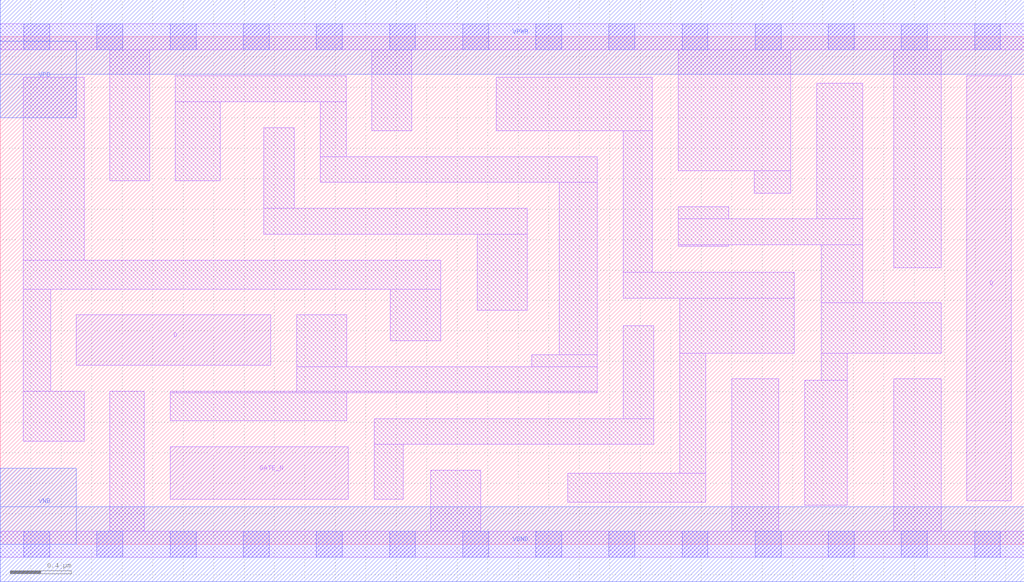
<source format=lef>
# Copyright 2020 The SkyWater PDK Authors
#
# Licensed under the Apache License, Version 2.0 (the "License");
# you may not use this file except in compliance with the License.
# You may obtain a copy of the License at
#
#     https://www.apache.org/licenses/LICENSE-2.0
#
# Unless required by applicable law or agreed to in writing, software
# distributed under the License is distributed on an "AS IS" BASIS,
# WITHOUT WARRANTIES OR CONDITIONS OF ANY KIND, either express or implied.
# See the License for the specific language governing permissions and
# limitations under the License.
#
# SPDX-License-Identifier: Apache-2.0

VERSION 5.5 ;
NAMESCASESENSITIVE ON ;
BUSBITCHARS "[]" ;
DIVIDERCHAR "/" ;
MACRO sky130_fd_sc_lp__dlxtn_1
  CLASS CORE ;
  SOURCE USER ;
  ORIGIN  0.000000  0.000000 ;
  SIZE  6.720000 BY  3.330000 ;
  SYMMETRY X Y R90 ;
  SITE unit ;
  PIN D
    ANTENNAGATEAREA  0.159000 ;
    DIRECTION INPUT ;
    USE SIGNAL ;
    PORT
      LAYER li1 ;
        RECT 0.500000 1.175000 1.775000 1.505000 ;
    END
  END D
  PIN Q
    ANTENNADIFFAREA  0.556500 ;
    DIRECTION OUTPUT ;
    USE SIGNAL ;
    PORT
      LAYER li1 ;
        RECT 6.345000 0.285000 6.635000 3.075000 ;
    END
  END Q
  PIN GATE_N
    ANTENNAGATEAREA  0.159000 ;
    DIRECTION INPUT ;
    USE CLOCK ;
    PORT
      LAYER li1 ;
        RECT 1.115000 0.295000 2.285000 0.640000 ;
    END
  END GATE_N
  PIN VGND
    DIRECTION INOUT ;
    USE GROUND ;
    PORT
      LAYER met1 ;
        RECT 0.000000 -0.245000 6.720000 0.245000 ;
    END
  END VGND
  PIN VNB
    DIRECTION INOUT ;
    USE GROUND ;
    PORT
    END
  END VNB
  PIN VPB
    DIRECTION INOUT ;
    USE POWER ;
    PORT
    END
  END VPB
  PIN VNB
    DIRECTION INOUT ;
    USE GROUND ;
    PORT
      LAYER met1 ;
        RECT 0.000000 0.000000 0.500000 0.500000 ;
    END
  END VNB
  PIN VPB
    DIRECTION INOUT ;
    USE POWER ;
    PORT
      LAYER met1 ;
        RECT 0.000000 2.800000 0.500000 3.300000 ;
    END
  END VPB
  PIN VPWR
    DIRECTION INOUT ;
    USE POWER ;
    PORT
      LAYER met1 ;
        RECT 0.000000 3.085000 6.720000 3.575000 ;
    END
  END VPWR
  OBS
    LAYER li1 ;
      RECT 0.000000 -0.085000 6.720000 0.085000 ;
      RECT 0.000000  3.245000 6.720000 3.415000 ;
      RECT 0.150000  0.675000 0.550000 1.005000 ;
      RECT 0.150000  1.005000 0.330000 1.675000 ;
      RECT 0.150000  1.675000 2.890000 1.865000 ;
      RECT 0.150000  1.865000 0.550000 3.065000 ;
      RECT 0.720000  0.085000 0.945000 1.005000 ;
      RECT 0.720000  2.385000 0.980000 3.245000 ;
      RECT 1.115000  0.810000 2.275000 0.995000 ;
      RECT 1.115000  0.995000 3.920000 1.005000 ;
      RECT 1.150000  2.385000 1.445000 2.905000 ;
      RECT 1.150000  2.905000 2.270000 3.075000 ;
      RECT 1.730000  2.035000 3.460000 2.205000 ;
      RECT 1.730000  2.205000 1.930000 2.735000 ;
      RECT 1.945000  1.005000 3.920000 1.165000 ;
      RECT 1.945000  1.165000 2.275000 1.505000 ;
      RECT 2.100000  2.375000 3.920000 2.545000 ;
      RECT 2.100000  2.545000 2.270000 2.905000 ;
      RECT 2.440000  2.715000 2.700000 3.245000 ;
      RECT 2.455000  0.295000 2.645000 0.655000 ;
      RECT 2.455000  0.655000 4.290000 0.825000 ;
      RECT 2.560000  1.335000 2.890000 1.675000 ;
      RECT 2.825000  0.085000 3.155000 0.485000 ;
      RECT 3.130000  1.535000 3.460000 2.035000 ;
      RECT 3.255000  2.715000 4.280000 3.065000 ;
      RECT 3.490000  1.165000 3.920000 1.245000 ;
      RECT 3.670000  1.245000 3.920000 2.375000 ;
      RECT 3.725000  0.275000 4.630000 0.465000 ;
      RECT 4.090000  0.825000 4.290000 1.435000 ;
      RECT 4.090000  1.615000 5.210000 1.785000 ;
      RECT 4.090000  1.785000 4.280000 2.715000 ;
      RECT 4.450000  1.955000 4.780000 1.965000 ;
      RECT 4.450000  1.965000 5.660000 2.135000 ;
      RECT 4.450000  2.135000 4.780000 2.215000 ;
      RECT 4.450000  2.450000 5.190000 3.245000 ;
      RECT 4.460000  0.465000 4.630000 1.255000 ;
      RECT 4.460000  1.255000 5.210000 1.615000 ;
      RECT 4.800000  0.085000 5.110000 1.085000 ;
      RECT 4.950000  2.305000 5.190000 2.450000 ;
      RECT 5.280000  0.255000 5.560000 1.075000 ;
      RECT 5.360000  2.135000 5.660000 3.025000 ;
      RECT 5.390000  1.075000 5.560000 1.255000 ;
      RECT 5.390000  1.255000 6.175000 1.585000 ;
      RECT 5.390000  1.585000 5.660000 1.965000 ;
      RECT 5.865000  0.085000 6.175000 1.085000 ;
      RECT 5.865000  1.815000 6.175000 3.245000 ;
    LAYER mcon ;
      RECT 0.155000 -0.085000 0.325000 0.085000 ;
      RECT 0.155000  3.245000 0.325000 3.415000 ;
      RECT 0.635000 -0.085000 0.805000 0.085000 ;
      RECT 0.635000  3.245000 0.805000 3.415000 ;
      RECT 1.115000 -0.085000 1.285000 0.085000 ;
      RECT 1.115000  3.245000 1.285000 3.415000 ;
      RECT 1.595000 -0.085000 1.765000 0.085000 ;
      RECT 1.595000  3.245000 1.765000 3.415000 ;
      RECT 2.075000 -0.085000 2.245000 0.085000 ;
      RECT 2.075000  3.245000 2.245000 3.415000 ;
      RECT 2.555000 -0.085000 2.725000 0.085000 ;
      RECT 2.555000  3.245000 2.725000 3.415000 ;
      RECT 3.035000 -0.085000 3.205000 0.085000 ;
      RECT 3.035000  3.245000 3.205000 3.415000 ;
      RECT 3.515000 -0.085000 3.685000 0.085000 ;
      RECT 3.515000  3.245000 3.685000 3.415000 ;
      RECT 3.995000 -0.085000 4.165000 0.085000 ;
      RECT 3.995000  3.245000 4.165000 3.415000 ;
      RECT 4.475000 -0.085000 4.645000 0.085000 ;
      RECT 4.475000  3.245000 4.645000 3.415000 ;
      RECT 4.955000 -0.085000 5.125000 0.085000 ;
      RECT 4.955000  3.245000 5.125000 3.415000 ;
      RECT 5.435000 -0.085000 5.605000 0.085000 ;
      RECT 5.435000  3.245000 5.605000 3.415000 ;
      RECT 5.915000 -0.085000 6.085000 0.085000 ;
      RECT 5.915000  3.245000 6.085000 3.415000 ;
      RECT 6.395000 -0.085000 6.565000 0.085000 ;
      RECT 6.395000  3.245000 6.565000 3.415000 ;
  END
END sky130_fd_sc_lp__dlxtn_1
END LIBRARY

</source>
